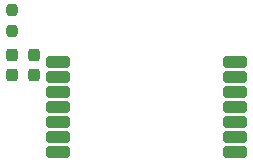
<source format=gtp>
G04 #@! TF.GenerationSoftware,KiCad,Pcbnew,6.0.11+dfsg-1~bpo11+1*
G04 #@! TF.CreationDate,2023-03-04T12:31:31-08:00*
G04 #@! TF.ProjectId,sx1280_breakout,73783132-3830-45f6-9272-65616b6f7574,rev?*
G04 #@! TF.SameCoordinates,Original*
G04 #@! TF.FileFunction,Paste,Top*
G04 #@! TF.FilePolarity,Positive*
%FSLAX46Y46*%
G04 Gerber Fmt 4.6, Leading zero omitted, Abs format (unit mm)*
G04 Created by KiCad (PCBNEW 6.0.11+dfsg-1~bpo11+1) date 2023-03-04 12:31:31*
%MOMM*%
%LPD*%
G01*
G04 APERTURE LIST*
G04 Aperture macros list*
%AMRoundRect*
0 Rectangle with rounded corners*
0 $1 Rounding radius*
0 $2 $3 $4 $5 $6 $7 $8 $9 X,Y pos of 4 corners*
0 Add a 4 corners polygon primitive as box body*
4,1,4,$2,$3,$4,$5,$6,$7,$8,$9,$2,$3,0*
0 Add four circle primitives for the rounded corners*
1,1,$1+$1,$2,$3*
1,1,$1+$1,$4,$5*
1,1,$1+$1,$6,$7*
1,1,$1+$1,$8,$9*
0 Add four rect primitives between the rounded corners*
20,1,$1+$1,$2,$3,$4,$5,0*
20,1,$1+$1,$4,$5,$6,$7,0*
20,1,$1+$1,$6,$7,$8,$9,0*
20,1,$1+$1,$8,$9,$2,$3,0*%
G04 Aperture macros list end*
%ADD10RoundRect,0.250000X-0.750000X-0.250000X0.750000X-0.250000X0.750000X0.250000X-0.750000X0.250000X0*%
%ADD11RoundRect,0.237500X-0.237500X0.250000X-0.237500X-0.250000X0.237500X-0.250000X0.237500X0.250000X0*%
%ADD12RoundRect,0.237500X-0.237500X0.300000X-0.237500X-0.300000X0.237500X-0.300000X0.237500X0.300000X0*%
G04 APERTURE END LIST*
D10*
X132200000Y-111320000D03*
X132200000Y-112590000D03*
X132200000Y-113860000D03*
X132200000Y-115130000D03*
X132200000Y-116400000D03*
X132200000Y-117670000D03*
X132200000Y-118940000D03*
X147200000Y-118940000D03*
X147200000Y-117670000D03*
X147200000Y-116400000D03*
X147200000Y-115130000D03*
X147200000Y-113860000D03*
X147200000Y-112590000D03*
X147200000Y-111320000D03*
D11*
X128270000Y-106875000D03*
X128270000Y-108700000D03*
D12*
X130175000Y-110685000D03*
X130175000Y-112410000D03*
X128270000Y-110685000D03*
X128270000Y-112410000D03*
M02*

</source>
